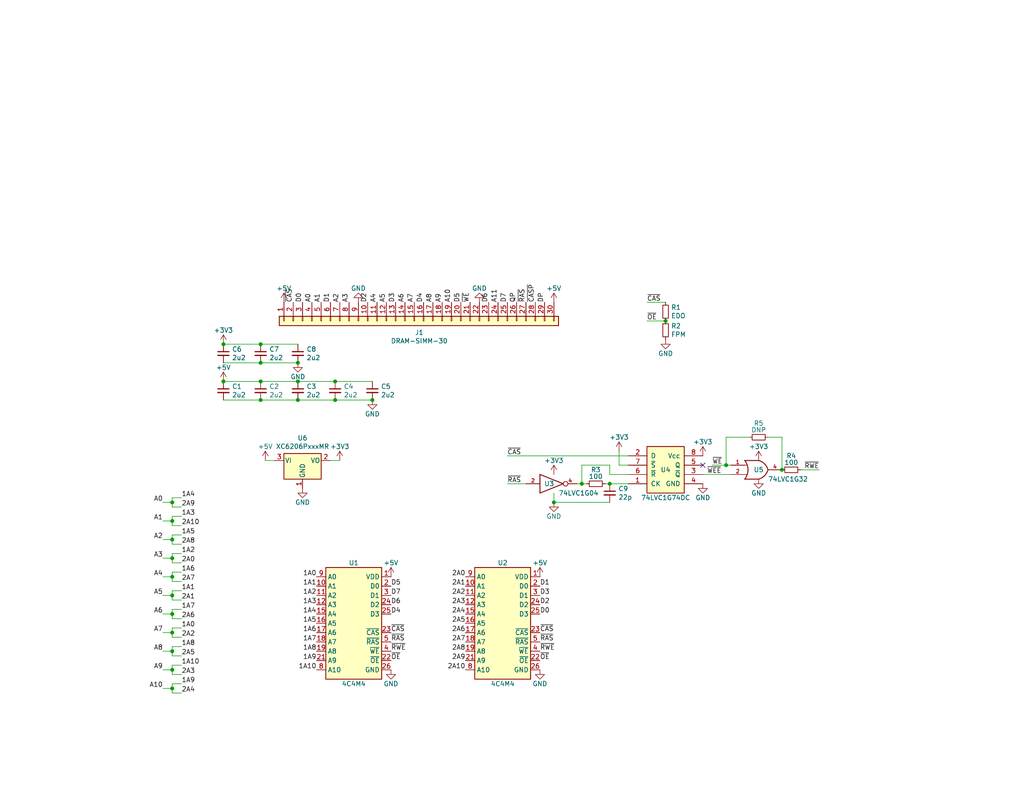
<source format=kicad_sch>
(kicad_sch (version 20230121) (generator eeschema)
  (paper "USLetter")
  (title_block (title "GW4194A") (date "2023-01-20") (rev "1.1") (company "Garrett's Workshop"))
  (lib_symbols
    (symbol "74xGxx:74AHCT1G04" (pin_names (offset 1.016))
      (property "Reference" "U" (at -2.54 3.81 0))
      (property "Value" "74AHCT1G04" (at 0 -3.81 0))
      (symbol "74AHCT1G04_0_1"
        (polyline (pts (xy -3.81 2.54) (xy -3.81 -2.54) (xy 2.54 0) (xy -3.81 2.54)) (stroke (width 0.254)))
      )
      (symbol "74AHCT1G04_1_1"
        (pin input line (at -7.62 0 0) (length 3.81) (name "~") (number "2"))
        (pin power_in line (at 0 -2.54 270) (length 0) hide (name "GND") (number "3"))
        (pin output inverted (at 6.35 0 180) (length 3.81) (name "~") (number "4"))
        (pin power_in line (at 0 2.54 90) (length 0) hide (name "VCC") (number "5"))
      )
    )
    (symbol "74xGxx:74AHCT1G32" (pin_names (offset 1.016))
      (property "Reference" "U" (at -2.54 3.81 0))
      (property "Value" "74AHCT1G32" (at 0 -3.81 0))
      (symbol "74AHCT1G32_0_1"
        (arc (start -3.81 -2.54) (mid -2.919 0) (end -3.81 2.54) (stroke (width 0.254)))
        (arc (start 0 -2.54) (mid 1.5993 -1.6027) (end 2.54 0) (stroke (width 0.254)))
        (polyline (pts (xy -3.81 -1.27) (xy -3.175 -1.27)))
        (polyline (pts (xy -3.81 1.27) (xy -3.175 1.27)))
        (polyline (pts (xy 0 -2.54) (xy -3.81 -2.54)) (stroke (width 0.254)) (fill (type background)))
        (polyline (pts (xy 0 2.54) (xy -3.81 2.54)) (stroke (width 0.254)) (fill (type background)))
        (arc (start 2.54 0) (mid 1.6119 1.6152) (end 0 2.54) (stroke (width 0.254)))
      )
      (symbol "74AHCT1G32_1_1"
        (pin input line (at -7.62 1.27 0) (length 3.81) (name "~") (number "1"))
        (pin input line (at -7.62 -1.27 0) (length 3.81) (name "~") (number "2"))
        (pin power_in line (at 0 -2.54 270) (length 0) hide (name "GND") (number "3"))
        (pin output line (at 6.35 0 180) (length 3.81) (name "~") (number "4"))
        (pin power_in line (at 0 2.54 90) (length 0) hide (name "VCC") (number "5"))
      )
    )
    (symbol "Connector_Generic:Conn_01x30" (pin_names (offset 1.016) hide)
      (property "Reference" "J" (at 0 38.1 0))
      (property "Value" "Conn_01x30" (at 0 -40.64 0))
      (symbol "Conn_01x30_1_1"
        (rectangle (start -1.27 -37.973) (end 0 -38.227) (stroke (width 0.1524)))
        (rectangle (start -1.27 -35.433) (end 0 -35.687) (stroke (width 0.1524)))
        (rectangle (start -1.27 -32.893) (end 0 -33.147) (stroke (width 0.1524)))
        (rectangle (start -1.27 -30.353) (end 0 -30.607) (stroke (width 0.1524)))
        (rectangle (start -1.27 -27.813) (end 0 -28.067) (stroke (width 0.1524)))
        (rectangle (start -1.27 -25.273) (end 0 -25.527) (stroke (width 0.1524)))
        (rectangle (start -1.27 -22.733) (end 0 -22.987) (stroke (width 0.1524)))
        (rectangle (start -1.27 -20.193) (end 0 -20.447) (stroke (width 0.1524)))
        (rectangle (start -1.27 -17.653) (end 0 -17.907) (stroke (width 0.1524)))
        (rectangle (start -1.27 -15.113) (end 0 -15.367) (stroke (width 0.1524)))
        (rectangle (start -1.27 -12.573) (end 0 -12.827) (stroke (width 0.1524)))
        (rectangle (start -1.27 -10.033) (end 0 -10.287) (stroke (width 0.1524)))
        (rectangle (start -1.27 -7.493) (end 0 -7.747) (stroke (width 0.1524)))
        (rectangle (start -1.27 -4.953) (end 0 -5.207) (stroke (width 0.1524)))
        (rectangle (start -1.27 -2.413) (end 0 -2.667) (stroke (width 0.1524)))
        (rectangle (start -1.27 0.127) (end 0 -0.127) (stroke (width 0.1524)))
        (rectangle (start -1.27 2.667) (end 0 2.413) (stroke (width 0.1524)))
        (rectangle (start -1.27 5.207) (end 0 4.953) (stroke (width 0.1524)))
        (rectangle (start -1.27 7.747) (end 0 7.493) (stroke (width 0.1524)))
        (rectangle (start -1.27 10.287) (end 0 10.033) (stroke (width 0.1524)))
        (rectangle (start -1.27 12.827) (end 0 12.573) (stroke (width 0.1524)))
        (rectangle (start -1.27 15.367) (end 0 15.113) (stroke (width 0.1524)))
        (rectangle (start -1.27 17.907) (end 0 17.653) (stroke (width 0.1524)))
        (rectangle (start -1.27 20.447) (end 0 20.193) (stroke (width 0.1524)))
        (rectangle (start -1.27 22.987) (end 0 22.733) (stroke (width 0.1524)))
        (rectangle (start -1.27 25.527) (end 0 25.273) (stroke (width 0.1524)))
        (rectangle (start -1.27 28.067) (end 0 27.813) (stroke (width 0.1524)))
        (rectangle (start -1.27 30.607) (end 0 30.353) (stroke (width 0.1524)))
        (rectangle (start -1.27 33.147) (end 0 32.893) (stroke (width 0.1524)))
        (rectangle (start -1.27 35.687) (end 0 35.433) (stroke (width 0.1524)))
        (rectangle (start -1.27 36.83) (end 1.27 -39.37) (stroke (width 0.254)) (fill (type background)))
        (pin passive line (at -5.08 35.56 0) (length 3.81) (name "Pin_1") (number "1"))
        (pin passive line (at -5.08 12.7 0) (length 3.81) (name "Pin_10") (number "10"))
        (pin passive line (at -5.08 10.16 0) (length 3.81) (name "Pin_11") (number "11"))
        (pin passive line (at -5.08 7.62 0) (length 3.81) (name "Pin_12") (number "12"))
        (pin passive line (at -5.08 5.08 0) (length 3.81) (name "Pin_13") (number "13"))
        (pin passive line (at -5.08 2.54 0) (length 3.81) (name "Pin_14") (number "14"))
        (pin passive line (at -5.08 0 0) (length 3.81) (name "Pin_15") (number "15"))
        (pin passive line (at -5.08 -2.54 0) (length 3.81) (name "Pin_16") (number "16"))
        (pin passive line (at -5.08 -5.08 0) (length 3.81) (name "Pin_17") (number "17"))
        (pin passive line (at -5.08 -7.62 0) (length 3.81) (name "Pin_18") (number "18"))
        (pin passive line (at -5.08 -10.16 0) (length 3.81) (name "Pin_19") (number "19"))
        (pin passive line (at -5.08 33.02 0) (length 3.81) (name "Pin_2") (number "2"))
        (pin passive line (at -5.08 -12.7 0) (length 3.81) (name "Pin_20") (number "20"))
        (pin passive line (at -5.08 -15.24 0) (length 3.81) (name "Pin_21") (number "21"))
        (pin passive line (at -5.08 -17.78 0) (length 3.81) (name "Pin_22") (number "22"))
        (pin passive line (at -5.08 -20.32 0) (length 3.81) (name "Pin_23") (number "23"))
        (pin passive line (at -5.08 -22.86 0) (length 3.81) (name "Pin_24") (number "24"))
        (pin passive line (at -5.08 -25.4 0) (length 3.81) (name "Pin_25") (number "25"))
        (pin passive line (at -5.08 -27.94 0) (length 3.81) (name "Pin_26") (number "26"))
        (pin passive line (at -5.08 -30.48 0) (length 3.81) (name "Pin_27") (number "27"))
        (pin passive line (at -5.08 -33.02 0) (length 3.81) (name "Pin_28") (number "28"))
        (pin passive line (at -5.08 -35.56 0) (length 3.81) (name "Pin_29") (number "29"))
        (pin passive line (at -5.08 30.48 0) (length 3.81) (name "Pin_3") (number "3"))
        (pin passive line (at -5.08 -38.1 0) (length 3.81) (name "Pin_30") (number "30"))
        (pin passive line (at -5.08 27.94 0) (length 3.81) (name "Pin_4") (number "4"))
        (pin passive line (at -5.08 25.4 0) (length 3.81) (name "Pin_5") (number "5"))
        (pin passive line (at -5.08 22.86 0) (length 3.81) (name "Pin_6") (number "6"))
        (pin passive line (at -5.08 20.32 0) (length 3.81) (name "Pin_7") (number "7"))
        (pin passive line (at -5.08 17.78 0) (length 3.81) (name "Pin_8") (number "8"))
        (pin passive line (at -5.08 15.24 0) (length 3.81) (name "Pin_9") (number "9"))
      )
    )
    (symbol "Device:C_Small" (pin_numbers hide) (pin_names (offset 0.254) hide)
      (property "Reference" "C" (at 0.254 1.778 0))
      (property "Value" "C_Small" (at 0.254 -2.032 0))
      (symbol "C_Small_0_1"
        (polyline (pts (xy -1.524 -0.508) (xy 1.524 -0.508)) (stroke (width 0.3302)))
        (polyline (pts (xy -1.524 0.508) (xy 1.524 0.508)) (stroke (width 0.3048)))
      )
      (symbol "C_Small_1_1"
        (pin passive line (at 0 2.54 270) (length 2.032) (name "~") (number "1"))
        (pin passive line (at 0 -2.54 90) (length 2.032) (name "~") (number "2"))
      )
    )
    (symbol "Device:R_Small" (pin_numbers hide) (pin_names (offset 0.254) hide)
      (property "Reference" "R" (at 0.762 0.508 0))
      (property "Value" "R_Small" (at 0.762 -1.016 0))
      (symbol "R_Small_0_1"
        (rectangle (start -0.762 1.778) (end 0.762 -1.778) (stroke (width 0.2032)))
      )
      (symbol "R_Small_1_1"
        (pin passive line (at 0 2.54 270) (length 0.762) (name "~") (number "1"))
        (pin passive line (at 0 -2.54 90) (length 0.762) (name "~") (number "2"))
      )
    )
    (symbol "GW_Logic:741G74DC" (pin_names (offset 1.016))
      (property "Reference" "U" (at 0 7.62 0))
      (property "Value" "GW_Logic_741G74DC" (at 0 -7.62 0))
      (symbol "741G74DC_0_1"
        (rectangle (start 5.08 -6.35) (end -5.08 6.35) (stroke (width 0.254)) (fill (type background)))
      )
      (symbol "741G74DC_1_1"
        (pin input line (at -10.16 -3.81 0) (length 5.08) (name "CK") (number "1"))
        (pin input line (at -10.16 3.81 0) (length 5.08) (name "D") (number "2"))
        (pin output line (at 10.16 -1.27 180) (length 5.08) (name "~{Q}") (number "3"))
        (pin power_in line (at 10.16 -3.81 180) (length 5.08) (name "GND") (number "4"))
        (pin output line (at 10.16 1.27 180) (length 5.08) (name "Q") (number "5"))
        (pin input line (at -10.16 -1.27 0) (length 5.08) (name "~{R}") (number "6"))
        (pin input line (at -10.16 1.27 0) (length 5.08) (name "~{S}") (number "7"))
        (pin power_in line (at 10.16 3.81 180) (length 5.08) (name "Vcc") (number "8"))
      )
    )
    (symbol "GW_RAM:DRAM-4Mx4-SOP-24"
      (property "Reference" "U" (at 0 16.51 0))
      (property "Value" "GW_RAM_DRAM-4Mx4-SOP-24" (at 0 0 90))
      (symbol "DRAM-4Mx4-SOP-24_0_1"
        (rectangle (start -7.62 15.24) (end 7.62 -15.24) (stroke (width 0.254)) (fill (type background)))
      )
      (symbol "DRAM-4Mx4-SOP-24_1_1"
        (pin power_in line (at 10.16 12.7 180) (length 2.54) (name "VDD") (number "1"))
        (pin input line (at -10.16 10.16 0) (length 2.54) (name "A1") (number "10"))
        (pin input line (at -10.16 7.62 0) (length 2.54) (name "A2") (number "11"))
        (pin input line (at -10.16 5.08 0) (length 2.54) (name "A3") (number "12"))
        (pin power_in line (at 10.16 12.7 180) (length 2.54) hide (name "VDD") (number "13"))
        (pin power_in line (at 10.16 -12.7 180) (length 2.54) hide (name "GND") (number "14"))
        (pin input line (at -10.16 2.54 0) (length 2.54) (name "A4") (number "15"))
        (pin input line (at -10.16 0 0) (length 2.54) (name "A5") (number "16"))
        (pin input line (at -10.16 -2.54 0) (length 2.54) (name "A6") (number "17"))
        (pin input line (at -10.16 -5.08 0) (length 2.54) (name "A7") (number "18"))
        (pin input line (at -10.16 -7.62 0) (length 2.54) (name "A8") (number "19"))
        (pin bidirectional line (at 10.16 10.16 180) (length 2.54) (name "D0") (number "2"))
        (pin no_connect line (at 10.16 0 180) (length 2.54) hide (name "NC") (number "20"))
        (pin input line (at -10.16 -10.16 0) (length 2.54) (name "A9") (number "21"))
        (pin input line (at 10.16 -10.16 180) (length 2.54) (name "~{OE}") (number "22"))
        (pin input line (at 10.16 -2.54 180) (length 2.54) (name "~{CAS}") (number "23"))
        (pin bidirectional line (at 10.16 5.08 180) (length 2.54) (name "D2") (number "24"))
        (pin bidirectional line (at 10.16 2.54 180) (length 2.54) (name "D3") (number "25"))
        (pin power_in line (at 10.16 -12.7 180) (length 2.54) (name "GND") (number "26"))
        (pin bidirectional line (at 10.16 7.62 180) (length 2.54) (name "D1") (number "3"))
        (pin input line (at 10.16 -7.62 180) (length 2.54) (name "~{WE}") (number "4"))
        (pin input line (at 10.16 -5.08 180) (length 2.54) (name "~{RAS}") (number "5"))
        (pin no_connect line (at 10.16 0 180) (length 2.54) hide (name "NC") (number "7"))
        (pin input line (at -10.16 -12.7 0) (length 2.54) (name "A10") (number "8"))
        (pin input line (at -10.16 12.7 0) (length 2.54) (name "A0") (number "9"))
      )
    )
    (symbol "Regulator_Linear:XC6206PxxxMR" (pin_names (offset 0.254))
      (property "Reference" "U" (at -3.81 3.175 0))
      (property "Value" "XC6206PxxxMR" (at 0 3.175 0))
      (symbol "XC6206PxxxMR_0_1"
        (rectangle (start -5.08 1.905) (end 5.08 -5.08) (stroke (width 0.254)) (fill (type background)))
      )
      (symbol "XC6206PxxxMR_1_1"
        (pin power_in line (at 0 -7.62 90) (length 2.54) (name "GND") (number "1"))
        (pin power_out line (at 7.62 0 180) (length 2.54) (name "VO") (number "2"))
        (pin power_in line (at -7.62 0 0) (length 2.54) (name "VI") (number "3"))
      )
    )
    (symbol "power:+3V3" (power) (pin_names (offset 0))
      (property "Value" "+3V3" (at 0 3.556 0))
      (symbol "+3V3_0_1"
        (polyline (pts (xy -0.762 1.27) (xy 0 2.54)))
        (polyline (pts (xy 0 0) (xy 0 2.54)))
        (polyline (pts (xy 0 2.54) (xy 0.762 1.27)))
      )
      (symbol "+3V3_1_1"
        (pin power_in line (at 0 0 90) (length 0) hide (name "+3V3") (number "1"))
      )
    )
    (symbol "power:+5V" (power) (pin_names (offset 0))
      (property "Value" "+5V" (at 0 3.556 0))
      (symbol "+5V_0_1"
        (polyline (pts (xy -0.762 1.27) (xy 0 2.54)))
        (polyline (pts (xy 0 0) (xy 0 2.54)))
        (polyline (pts (xy 0 2.54) (xy 0.762 1.27)))
      )
      (symbol "+5V_1_1"
        (pin power_in line (at 0 0 90) (length 0) hide (name "+5V") (number "1"))
      )
    )
    (symbol "power:GND" (power) (pin_names (offset 0))
      (property "Value" "GND" (at 0 -3.81 0))
      (symbol "GND_0_1"
        (polyline (pts (xy 0 0) (xy 0 -1.27) (xy 1.27 -1.27) (xy 0 -2.54) (xy -1.27 -1.27) (xy 0 -1.27)))
      )
      (symbol "GND_1_1"
        (pin power_in line (at 0 0 270) (length 0) hide (name "GND") (number "1"))
      )
    )
  )
  (junction (at 46.99 162.56))
  (junction (at 81.28 109.22))
  (junction (at 46.99 142.24))
  (junction (at 60.96 104.14))
  (junction (at 91.44 109.22))
  (junction (at 151.13 137.16))
  (junction (at 158.75 132.08))
  (junction (at 71.12 104.14))
  (junction (at 71.12 93.98))
  (junction (at 46.99 157.48))
  (junction (at 46.99 182.88))
  (junction (at 71.12 109.22))
  (junction (at 166.37 132.08))
  (junction (at 71.12 99.06))
  (junction (at 198.12 127))
  (junction (at 81.28 99.06))
  (junction (at 46.99 152.4))
  (junction (at 101.6 109.22))
  (junction (at 46.99 167.64))
  (junction (at 60.96 93.98))
  (junction (at 46.99 177.8))
  (junction (at 46.99 147.32))
  (junction (at 91.44 104.14))
  (junction (at 46.99 187.96))
  (junction (at 81.28 104.14))
  (junction (at 46.99 172.72))
  (junction (at 213.36 128.27))
  (junction (at 181.61 87.63))
  (junction (at 46.99 137.16))
  (no_connect (at 191.77 127))
  (wire (pts (xy 194.31 127) (xy 198.12 127)))
  (wire (pts (xy 81.28 99.06) (xy 71.12 99.06)))
  (wire (pts (xy 46.99 172.72) (xy 46.99 173.99)))
  (wire (pts (xy 223.52 128.27) (xy 218.44 128.27)))
  (wire (pts (xy 44.45 177.8) (xy 46.99 177.8)))
  (wire (pts (xy 46.99 156.21) (xy 49.53 156.21)))
  (wire (pts (xy 91.44 104.14) (xy 81.28 104.14)))
  (wire (pts (xy 44.45 137.16) (xy 46.99 137.16)))
  (wire (pts (xy 46.99 181.61) (xy 49.53 181.61)))
  (wire (pts (xy 46.99 135.89) (xy 49.53 135.89)))
  (wire (pts (xy 168.91 127) (xy 171.45 127)))
  (wire (pts (xy 46.99 186.69) (xy 49.53 186.69)))
  (wire (pts (xy 46.99 157.48) (xy 46.99 158.75)))
  (wire (pts (xy 46.99 146.05) (xy 49.53 146.05)))
  (wire (pts (xy 90.17 125.73) (xy 92.71 125.73)))
  (wire (pts (xy 46.99 140.97) (xy 49.53 140.97)))
  (wire (pts (xy 101.6 104.14) (xy 91.44 104.14)))
  (wire (pts (xy 46.99 177.8) (xy 46.99 176.53)))
  (wire (pts (xy 46.99 138.43) (xy 49.53 138.43)))
  (wire (pts (xy 46.99 172.72) (xy 46.99 171.45)))
  (wire (pts (xy 46.99 157.48) (xy 46.99 156.21)))
  (wire (pts (xy 44.45 162.56) (xy 46.99 162.56)))
  (wire (pts (xy 46.99 173.99) (xy 49.53 173.99)))
  (wire (pts (xy 158.75 132.08) (xy 158.75 127)))
  (wire (pts (xy 46.99 163.83) (xy 49.53 163.83)))
  (wire (pts (xy 46.99 147.32) (xy 46.99 146.05)))
  (wire (pts (xy 166.37 132.08) (xy 171.45 132.08)))
  (wire (pts (xy 71.12 93.98) (xy 81.28 93.98)))
  (wire (pts (xy 71.12 99.06) (xy 60.96 99.06)))
  (wire (pts (xy 44.45 152.4) (xy 46.99 152.4)))
  (wire (pts (xy 46.99 151.13) (xy 49.53 151.13)))
  (wire (pts (xy 181.61 87.63) (xy 176.53 87.63)))
  (wire (pts (xy 46.99 177.8) (xy 46.99 179.07)))
  (wire (pts (xy 46.99 142.24) (xy 46.99 140.97)))
  (wire (pts (xy 138.43 124.46) (xy 171.45 124.46)))
  (wire (pts (xy 46.99 142.24) (xy 46.99 143.51)))
  (wire (pts (xy 46.99 168.91) (xy 49.53 168.91)))
  (wire (pts (xy 198.12 127) (xy 198.12 119.38)))
  (wire (pts (xy 46.99 171.45) (xy 49.53 171.45)))
  (wire (pts (xy 46.99 161.29) (xy 49.53 161.29)))
  (wire (pts (xy 44.45 187.96) (xy 46.99 187.96)))
  (wire (pts (xy 44.45 147.32) (xy 46.99 147.32)))
  (wire (pts (xy 151.13 134.62) (xy 151.13 137.16)))
  (wire (pts (xy 158.75 127) (xy 166.37 127)))
  (wire (pts (xy 46.99 162.56) (xy 46.99 161.29)))
  (wire (pts (xy 46.99 182.88) (xy 46.99 184.15)))
  (wire (pts (xy 46.99 167.64) (xy 46.99 166.37)))
  (wire (pts (xy 71.12 109.22) (xy 81.28 109.22)))
  (wire (pts (xy 60.96 93.98) (xy 71.12 93.98)))
  (wire (pts (xy 176.53 82.55) (xy 181.61 82.55)))
  (wire (pts (xy 198.12 127) (xy 199.39 127)))
  (wire (pts (xy 191.77 129.54) (xy 199.39 129.54)))
  (wire (pts (xy 44.45 157.48) (xy 46.99 157.48)))
  (wire (pts (xy 166.37 129.54) (xy 166.37 127)))
  (wire (pts (xy 157.48 132.08) (xy 158.75 132.08)))
  (wire (pts (xy 213.36 119.38) (xy 209.55 119.38)))
  (wire (pts (xy 46.99 147.32) (xy 46.99 148.59)))
  (wire (pts (xy 81.28 109.22) (xy 91.44 109.22)))
  (wire (pts (xy 46.99 152.4) (xy 46.99 153.67)))
  (wire (pts (xy 213.36 128.27) (xy 213.36 119.38)))
  (wire (pts (xy 46.99 158.75) (xy 49.53 158.75)))
  (wire (pts (xy 91.44 109.22) (xy 101.6 109.22)))
  (wire (pts (xy 46.99 166.37) (xy 49.53 166.37)))
  (wire (pts (xy 46.99 179.07) (xy 49.53 179.07)))
  (wire (pts (xy 46.99 143.51) (xy 49.53 143.51)))
  (wire (pts (xy 46.99 184.15) (xy 49.53 184.15)))
  (wire (pts (xy 165.1 132.08) (xy 166.37 132.08)))
  (wire (pts (xy 46.99 153.67) (xy 49.53 153.67)))
  (wire (pts (xy 44.45 172.72) (xy 46.99 172.72)))
  (wire (pts (xy 60.96 104.14) (xy 71.12 104.14)))
  (wire (pts (xy 71.12 109.22) (xy 60.96 109.22)))
  (wire (pts (xy 168.91 123.19) (xy 168.91 127)))
  (wire (pts (xy 46.99 182.88) (xy 46.99 181.61)))
  (wire (pts (xy 46.99 152.4) (xy 46.99 151.13)))
  (wire (pts (xy 44.45 167.64) (xy 46.99 167.64)))
  (wire (pts (xy 44.45 142.24) (xy 46.99 142.24)))
  (wire (pts (xy 151.13 137.16) (xy 166.37 137.16)))
  (wire (pts (xy 46.99 137.16) (xy 46.99 135.89)))
  (wire (pts (xy 46.99 162.56) (xy 46.99 163.83)))
  (wire (pts (xy 46.99 176.53) (xy 49.53 176.53)))
  (wire (pts (xy 198.12 119.38) (xy 204.47 119.38)))
  (wire (pts (xy 46.99 189.23) (xy 49.53 189.23)))
  (wire (pts (xy 46.99 137.16) (xy 46.99 138.43)))
  (wire (pts (xy 46.99 148.59) (xy 49.53 148.59)))
  (wire (pts (xy 44.45 182.88) (xy 46.99 182.88)))
  (wire (pts (xy 138.43 132.08) (xy 143.51 132.08)))
  (wire (pts (xy 74.93 125.73) (xy 72.39 125.73)))
  (wire (pts (xy 81.28 104.14) (xy 71.12 104.14)))
  (wire (pts (xy 160.02 132.08) (xy 158.75 132.08)))
  (wire (pts (xy 46.99 187.96) (xy 46.99 186.69)))
  (wire (pts (xy 171.45 129.54) (xy 166.37 129.54)))
  (wire (pts (xy 46.99 187.96) (xy 46.99 189.23)))
  (wire (pts (xy 46.99 167.64) (xy 46.99 168.91)))
  (label "D0" (at 82.55 82.55 90))
  (label "1A2" (at 86.36 162.56 180))
  (label "A10" (at 44.45 187.96 180))
  (label "A6" (at 110.49 82.55 90))
  (label "A5" (at 105.41 82.55 90))
  (label "2A3" (at 49.53 184.15 0))
  (label "1A0" (at 49.53 171.45 0))
  (label "~{OE}" (at 176.53 87.63 0))
  (label "1A3" (at 49.53 140.97 0))
  (label "2A4" (at 127 167.64 180))
  (label "~{RAS}" (at 106.68 175.26 0))
  (label "D2" (at 100.33 82.55 90))
  (label "~{CASP}" (at 146.05 82.55 90))
  (label "A8" (at 118.11 82.55 90))
  (label "2A10" (at 49.53 143.51 0))
  (label "~{RWE}" (at 106.68 177.8 0))
  (label "A7" (at 113.03 82.55 90))
  (label "D3" (at 107.95 82.55 90))
  (label "D5" (at 125.73 82.55 90))
  (label "~{OE}" (at 106.68 180.34 0))
  (label "D6" (at 106.68 165.1 0))
  (label "D7" (at 138.43 82.55 90))
  (label "A4" (at 102.87 82.55 90))
  (label "1A6" (at 86.36 172.72 180))
  (label "D1" (at 147.32 160.02 0))
  (label "1A0" (at 86.36 157.48 180))
  (label "A6" (at 44.45 167.64 180))
  (label "~{WE}" (at 128.27 82.55 90))
  (label "A5" (at 44.45 162.56 180))
  (label "A3" (at 95.25 82.55 90))
  (label "2A7" (at 127 175.26 180))
  (label "~{WE}" (at 194.31 127 0))
  (label "A3" (at 44.45 152.4 180))
  (label "1A9" (at 86.36 180.34 180))
  (label "2A4" (at 49.53 189.23 0))
  (label "2A5" (at 49.53 179.07 0))
  (label "D6" (at 133.35 82.55 90))
  (label "~{RAS}" (at 143.51 82.55 90))
  (label "2A2" (at 49.53 173.99 0))
  (label "A2" (at 92.71 82.55 90))
  (label "A8" (at 44.45 177.8 180))
  (label "A0" (at 44.45 137.16 180))
  (label "2A0" (at 49.53 153.67 0))
  (label "D2" (at 147.32 165.1 0))
  (label "2A7" (at 49.53 158.75 0))
  (label "~{RAS}" (at 138.43 132.08 0))
  (label "1A6" (at 49.53 156.21 0))
  (label "A7" (at 44.45 172.72 180))
  (label "1A5" (at 86.36 170.18 180))
  (label "2A9" (at 127 180.34 180))
  (label "1A3" (at 86.36 165.1 180))
  (label "~{OE}" (at 147.32 180.34 0))
  (label "~{RWE}" (at 223.52 128.27 180))
  (label "A10" (at 123.19 82.55 90))
  (label "D5" (at 106.68 160.02 0))
  (label "~{RWE}" (at 147.32 177.8 0))
  (label "2A6" (at 49.53 168.91 0))
  (label "1A9" (at 49.53 186.69 0))
  (label "A9" (at 44.45 182.88 180))
  (label "1A8" (at 86.36 177.8 180))
  (label "2A9" (at 49.53 138.43 0))
  (label "A4" (at 44.45 157.48 180))
  (label "~{WEE}" (at 196.85 129.54 180))
  (label "~{RAS}" (at 147.32 175.26 0))
  (label "2A1" (at 49.53 163.83 0))
  (label "1A7" (at 86.36 175.26 180))
  (label "A9" (at 120.65 82.55 90))
  (label "1A1" (at 86.36 160.02 180))
  (label "~{CAS}" (at 80.01 82.55 90))
  (label "2A8" (at 127 177.8 180))
  (label "A1" (at 44.45 142.24 180))
  (label "~{CAS}" (at 106.68 172.72 0))
  (label "2A0" (at 127 157.48 180))
  (label "D3" (at 147.32 162.56 0))
  (label "1A1" (at 49.53 161.29 0))
  (label "2A10" (at 127 182.88 180))
  (label "2A6" (at 127 172.72 180))
  (label "~{CAS}" (at 176.53 82.55 0))
  (label "A1" (at 87.63 82.55 90))
  (label "QP" (at 140.97 82.55 90))
  (label "DP" (at 148.59 82.55 90))
  (label "1A4" (at 86.36 167.64 180))
  (label "2A5" (at 127 170.18 180))
  (label "2A8" (at 49.53 148.59 0))
  (label "1A8" (at 49.53 176.53 0))
  (label "A0" (at 85.09 82.55 90))
  (label "D0" (at 147.32 167.64 0))
  (label "2A2" (at 127 162.56 180))
  (label "2A3" (at 127 165.1 180))
  (label "D7" (at 106.68 162.56 0))
  (label "2A1" (at 127 160.02 180))
  (label "A2" (at 44.45 147.32 180))
  (label "~{CAS}" (at 147.32 172.72 0))
  (label "1A4" (at 49.53 135.89 0))
  (label "D4" (at 106.68 167.64 0))
  (label "~{CAS}" (at 138.43 124.46 0))
  (label "1A5" (at 49.53 146.05 0))
  (label "1A2" (at 49.53 151.13 0))
  (label "1A10" (at 86.36 182.88 180))
  (label "D1" (at 90.17 82.55 90))
  (label "A11" (at 135.89 82.55 90))
  (label "D4" (at 115.57 82.55 90))
  (label "1A10" (at 49.53 181.61 0))
  (label "1A7" (at 49.53 166.37 0))
  (symbol (lib_id "Connector_Generic:Conn_01x30") (at 113.03 87.63 90) (mirror x) (unit 1)
    (property "Reference" "J1" (at 114.4016 90.7796 90))
    (property "Value" "DRAM-SIMM-30" (at 114.4016 93.091 90))
    (property "Footprint" "stdpads:SIMM-30_Edge" (effects hide))
  )
  (symbol (lib_id "power:+5V") (at 151.13 82.55 0) (unit 1)
    (property "Reference" "#PWR0101" (effects hide))
    (property "Value" "+5V" (at 151.13 78.74 0))
  )
  (symbol (lib_id "power:+5V") (at 77.47 82.55 0) (unit 1)
    (property "Reference" "#PWR0102" (effects hide))
    (property "Value" "+5V" (at 77.47 78.74 0))
  )
  (symbol (lib_id "power:GND") (at 130.81 82.55 180) (unit 1)
    (property "Reference" "#PWR0103" (effects hide))
    (property "Value" "GND" (at 130.81 78.74 0))
  )
  (symbol (lib_id "power:GND") (at 97.79 82.55 180) (unit 1)
    (property "Reference" "#PWR0104" (effects hide))
    (property "Value" "GND" (at 97.79 78.74 0))
  )
  (symbol (lib_id "Device:C_Small") (at 60.96 106.68 0) (unit 1)
    (property "Reference" "C1" (at 63.2968 105.5116 0) (effects (justify left)))
    (property "Value" "2u2" (at 63.2968 107.823 0) (effects (justify left)))
    (property "Footprint" "stdpads:C_0805" (effects hide))
  )
  (symbol (lib_id "Device:C_Small") (at 71.12 106.68 0) (unit 1)
    (property "Reference" "C2" (at 73.4568 105.5116 0) (effects (justify left)))
    (property "Value" "2u2" (at 73.4568 107.823 0) (effects (justify left)))
    (property "Footprint" "stdpads:C_0805" (effects hide))
  )
  (symbol (lib_id "power:+5V") (at 60.96 104.14 0) (unit 1)
    (property "Reference" "#PWR0113" (effects hide))
    (property "Value" "+5V" (at 60.96 100.33 0))
  )
  (symbol (lib_id "Device:C_Small") (at 81.28 106.68 0) (unit 1)
    (property "Reference" "C3" (at 83.6168 105.5116 0) (effects (justify left)))
    (property "Value" "2u2" (at 83.6168 107.823 0) (effects (justify left)))
    (property "Footprint" "stdpads:C_0805" (effects hide))
  )
  (symbol (lib_id "Device:C_Small") (at 91.44 106.68 0) (unit 1)
    (property "Reference" "C4" (at 93.7768 105.5116 0) (effects (justify left)))
    (property "Value" "2u2" (at 93.7768 107.823 0) (effects (justify left)))
    (property "Footprint" "stdpads:C_0805" (effects hide))
  )
  (symbol (lib_id "GW_RAM:DRAM-4Mx4-SOP-24") (at 96.52 170.18 0) (unit 1)
    (property "Reference" "U1" (at 96.52 153.67 0))
    (property "Value" "4C4M4" (at 96.52 186.69 0))
    (property "Footprint" "stdpads:SOP-24-26_300mil" (effects hide))
    (property "Datasheet" "https://www.alliancememory.com/wp-content/uploads/pdf/AS6C8008.pdf" (effects hide))
  )
  (symbol (lib_id "power:GND") (at 106.68 182.88 0) (unit 1)
    (property "Reference" "#PWR0105" (effects hide))
    (property "Value" "GND" (at 106.68 186.69 0))
  )
  (symbol (lib_id "power:+5V") (at 106.68 157.48 0) (unit 1)
    (property "Reference" "#PWR0106" (effects hide))
    (property "Value" "+5V" (at 106.68 153.67 0))
  )
  (symbol (lib_id "GW_RAM:DRAM-4Mx4-SOP-24") (at 137.16 170.18 0) (unit 1)
    (property "Reference" "U2" (at 137.16 153.67 0))
    (property "Value" "4C4M4" (at 137.16 186.69 0))
    (property "Footprint" "stdpads:SOP-24-26_300mil" (effects hide))
    (property "Datasheet" "https://www.alliancememory.com/wp-content/uploads/pdf/AS6C8008.pdf" (effects hide))
  )
  (symbol (lib_id "power:GND") (at 147.32 182.88 0) (unit 1)
    (property "Reference" "#PWR0108" (effects hide))
    (property "Value" "GND" (at 147.32 186.69 0))
  )
  (symbol (lib_id "power:+5V") (at 147.32 157.48 0) (unit 1)
    (property "Reference" "#PWR0109" (effects hide))
    (property "Value" "+5V" (at 147.32 153.67 0))
  )
  (symbol (lib_id "power:GND") (at 101.6 109.22 0) (unit 1)
    (property "Reference" "#PWR0110" (effects hide))
    (property "Value" "GND" (at 101.6 113.03 0))
  )
  (symbol (lib_id "Device:C_Small") (at 101.6 106.68 0) (unit 1)
    (property "Reference" "C5" (at 103.9368 105.5116 0) (effects (justify left)))
    (property "Value" "2u2" (at 103.9368 107.823 0) (effects (justify left)))
    (property "Footprint" "stdpads:C_0805" (effects hide))
  )
  (symbol (lib_id "GW_Logic:741G74DC") (at 181.61 128.27 0) (unit 1)
    (property "Reference" "U4" (at 181.61 128.27 0))
    (property "Value" "74LVC1G74DC" (at 181.61 135.89 0))
    (property "Footprint" "stdpads:NXP_VSSOP-8_2.3x2mm_Big" (effects hide))
  )
  (symbol (lib_id "power:GND") (at 191.77 132.08 0) (unit 1)
    (property "Reference" "#PWR0107" (effects hide))
    (property "Value" "GND" (at 191.77 135.89 0))
  )
  (symbol (lib_id "Device:R_Small") (at 181.61 90.17 0) (unit 1)
    (property "Reference" "R2" (at 183.1086 89.0016 0) (effects (justify left)))
    (property "Value" "FPM" (at 183.1086 91.313 0) (effects (justify left)))
    (property "Footprint" "stdpads:R_0805" (effects hide))
  )
  (symbol (lib_id "Device:R_Small") (at 181.61 85.09 0) (unit 1)
    (property "Reference" "R1" (at 183.1086 83.9216 0) (effects (justify left)))
    (property "Value" "EDO" (at 183.1086 86.233 0) (effects (justify left)))
    (property "Footprint" "stdpads:R_0805" (effects hide))
  )
  (symbol (lib_id "power:GND") (at 181.61 92.71 0) (unit 1)
    (property "Reference" "#PWR0115" (effects hide))
    (property "Value" "GND" (at 181.61 96.52 0))
  )
  (symbol (lib_id "74xGxx:74AHCT1G32") (at 207.01 128.27 0) (unit 1)
    (property "Reference" "U5" (at 207.01 128.27 0))
    (property "Value" "74LVC1G32" (at 209.55 130.81 0) (effects (justify left)))
    (property "Footprint" "stdpads:SOT-353" (effects hide))
    (property "Datasheet" "http://www.ti.com/lit/sg/scyt129e/scyt129e.pdf" (effects hide))
  )
  (symbol (lib_id "power:GND") (at 207.01 130.81 0) (unit 1)
    (property "Reference" "#PWR0118" (effects hide))
    (property "Value" "GND" (at 207.01 134.62 0))
  )
  (symbol (lib_id "Regulator_Linear:XC6206PxxxMR") (at 82.55 125.73 0) (unit 1)
    (property "Reference" "U6" (at 82.55 119.5832 0))
    (property "Value" "XC6206PxxxMR" (at 82.55 121.8946 0))
    (property "Footprint" "stdpads:SOT-23" (effects hide))
    (property "Datasheet" "https://www.torexsemi.com/file/xc6206/XC6206.pdf" (effects hide))
  )
  (symbol (lib_id "power:GND") (at 82.55 133.35 0) (unit 1)
    (property "Reference" "#PWR0119" (effects hide))
    (property "Value" "GND" (at 82.55 137.16 0))
  )
  (symbol (lib_id "Device:C_Small") (at 60.96 96.52 0) (unit 1)
    (property "Reference" "C6" (at 63.2968 95.3516 0) (effects (justify left)))
    (property "Value" "2u2" (at 63.2968 97.663 0) (effects (justify left)))
    (property "Footprint" "stdpads:C_0805" (effects hide))
  )
  (symbol (lib_id "Device:C_Small") (at 71.12 96.52 0) (unit 1)
    (property "Reference" "C7" (at 73.4568 95.3516 0) (effects (justify left)))
    (property "Value" "2u2" (at 73.4568 97.663 0) (effects (justify left)))
    (property "Footprint" "stdpads:C_0805" (effects hide))
  )
  (symbol (lib_id "power:+3V3") (at 60.96 93.98 0) (unit 1)
    (property "Reference" "#PWR0121" (effects hide))
    (property "Value" "+3V3" (at 60.96 90.17 0))
  )
  (symbol (lib_id "power:+5V") (at 72.39 125.73 0) (unit 1)
    (property "Reference" "#PWR0122" (effects hide))
    (property "Value" "+5V" (at 72.39 121.92 0))
  )
  (symbol (lib_id "power:+3V3") (at 92.71 125.73 0) (unit 1)
    (property "Reference" "#PWR0123" (effects hide))
    (property "Value" "+3V3" (at 92.71 121.92 0))
  )
  (symbol (lib_id "power:+3V3") (at 191.77 124.46 0) (unit 1)
    (property "Reference" "#PWR0114" (effects hide))
    (property "Value" "+3V3" (at 191.77 120.65 0))
  )
  (symbol (lib_id "power:+3V3") (at 207.01 125.73 0) (unit 1)
    (property "Reference" "#PWR0117" (effects hide))
    (property "Value" "+3V3" (at 207.01 121.92 0))
  )
  (symbol (lib_id "Device:C_Small") (at 81.28 96.52 0) (unit 1)
    (property "Reference" "C8" (at 83.6168 95.3516 0) (effects (justify left)))
    (property "Value" "2u2" (at 83.6168 97.663 0) (effects (justify left)))
    (property "Footprint" "stdpads:C_0805" (effects hide))
  )
  (symbol (lib_id "power:GND") (at 81.28 99.06 0) (unit 1)
    (property "Reference" "#PWR0120" (effects hide))
    (property "Value" "GND" (at 81.28 102.87 0))
  )
  (symbol (lib_id "power:+3V3") (at 168.91 123.19 0) (unit 1)
    (property "Reference" "#PWR0111" (effects hide))
    (property "Value" "+3V3" (at 168.91 119.38 0))
  )
  (symbol (lib_id "Device:C_Small") (at 166.37 134.62 0) (unit 1)
    (property "Reference" "C9" (at 168.7068 133.4516 0) (effects (justify left)))
    (property "Value" "22p" (at 168.7068 135.763 0) (effects (justify left)))
    (property "Footprint" "stdpads:C_0805" (effects hide))
  )
  (symbol (lib_id "Device:R_Small") (at 162.56 132.08 270) (unit 1)
    (property "Reference" "R3" (at 162.56 128.27 90))
    (property "Value" "100" (at 162.56 130.81 90) (effects (justify bottom)))
    (property "Footprint" "stdpads:R_0805" (effects hide))
  )
  (symbol (lib_id "74xGxx:74AHCT1G04") (at 151.13 132.08 0) (unit 1)
    (property "Reference" "U3" (at 149.86 132.08 0))
    (property "Value" "74LVC1G04" (at 152.4 134.62 0) (effects (justify left)))
    (property "Footprint" "stdpads:SOT-353" (effects hide))
    (property "Datasheet" "http://www.ti.com/lit/sg/scyt129e/scyt129e.pdf" (effects hide))
  )
  (symbol (lib_id "power:GND") (at 151.13 137.16 0) (unit 1)
    (property "Reference" "#PWR0112" (effects hide))
    (property "Value" "GND" (at 151.13 140.97 0))
  )
  (symbol (lib_id "power:+3V3") (at 151.13 129.54 0) (unit 1)
    (property "Reference" "#PWR0116" (effects hide))
    (property "Value" "+3V3" (at 151.13 125.73 0))
  )
  (symbol (lib_id "Device:R_Small") (at 215.9 128.27 270) (unit 1)
    (property "Reference" "R4" (at 215.9 124.46 90))
    (property "Value" "100" (at 215.9 127 90) (effects (justify bottom)))
    (property "Footprint" "stdpads:R_0805" (effects hide))
  )
  (symbol (lib_id "Device:R_Small") (at 207.01 119.38 270) (unit 1)
    (property "Reference" "R5" (at 207.01 115.57 90))
    (property "Value" "DNP" (at 207.01 118.11 90) (effects (justify bottom)))
    (property "Footprint" "stdpads:R_0805" (effects hide))
  )
)
</source>
